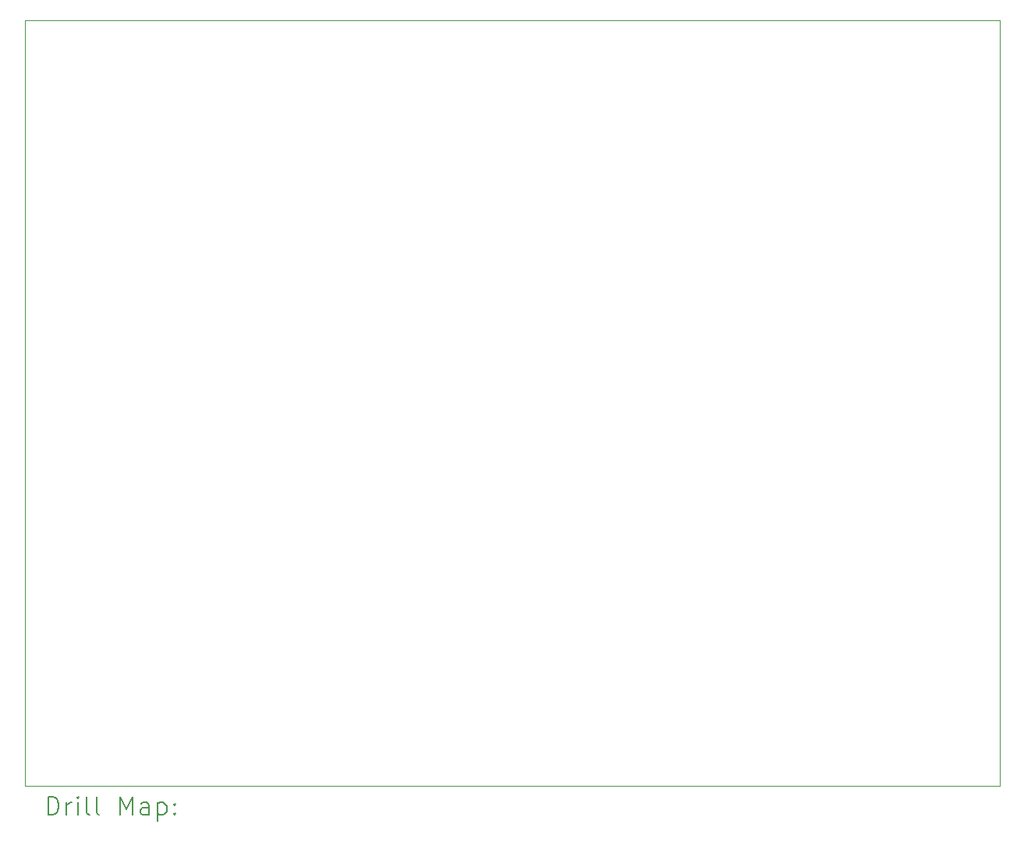
<source format=gbr>
%FSLAX45Y45*%
G04 Gerber Fmt 4.5, Leading zero omitted, Abs format (unit mm)*
G04 Created by KiCad (PCBNEW (6.0.0)) date 2022-10-01 22:44:21*
%MOMM*%
%LPD*%
G01*
G04 APERTURE LIST*
%TA.AperFunction,Profile*%
%ADD10C,0.100000*%
%TD*%
%ADD11C,0.200000*%
G04 APERTURE END LIST*
D10*
X8996680Y-9906500D02*
X19578820Y-9906500D01*
X19578820Y-9906500D02*
X19578820Y-1590040D01*
X19578820Y-1590040D02*
X8996680Y-1590040D01*
X8996680Y-1590040D02*
X8996680Y-9906500D01*
D11*
X9249299Y-10221976D02*
X9249299Y-10021976D01*
X9296918Y-10021976D01*
X9325490Y-10031500D01*
X9344537Y-10050548D01*
X9354061Y-10069595D01*
X9363585Y-10107690D01*
X9363585Y-10136262D01*
X9354061Y-10174357D01*
X9344537Y-10193405D01*
X9325490Y-10212452D01*
X9296918Y-10221976D01*
X9249299Y-10221976D01*
X9449299Y-10221976D02*
X9449299Y-10088643D01*
X9449299Y-10126738D02*
X9458823Y-10107690D01*
X9468347Y-10098167D01*
X9487394Y-10088643D01*
X9506442Y-10088643D01*
X9573109Y-10221976D02*
X9573109Y-10088643D01*
X9573109Y-10021976D02*
X9563585Y-10031500D01*
X9573109Y-10041024D01*
X9582632Y-10031500D01*
X9573109Y-10021976D01*
X9573109Y-10041024D01*
X9696918Y-10221976D02*
X9677870Y-10212452D01*
X9668347Y-10193405D01*
X9668347Y-10021976D01*
X9801680Y-10221976D02*
X9782632Y-10212452D01*
X9773109Y-10193405D01*
X9773109Y-10021976D01*
X10030251Y-10221976D02*
X10030251Y-10021976D01*
X10096918Y-10164833D01*
X10163585Y-10021976D01*
X10163585Y-10221976D01*
X10344537Y-10221976D02*
X10344537Y-10117214D01*
X10335013Y-10098167D01*
X10315966Y-10088643D01*
X10277870Y-10088643D01*
X10258823Y-10098167D01*
X10344537Y-10212452D02*
X10325490Y-10221976D01*
X10277870Y-10221976D01*
X10258823Y-10212452D01*
X10249299Y-10193405D01*
X10249299Y-10174357D01*
X10258823Y-10155310D01*
X10277870Y-10145786D01*
X10325490Y-10145786D01*
X10344537Y-10136262D01*
X10439775Y-10088643D02*
X10439775Y-10288643D01*
X10439775Y-10098167D02*
X10458823Y-10088643D01*
X10496918Y-10088643D01*
X10515966Y-10098167D01*
X10525490Y-10107690D01*
X10535013Y-10126738D01*
X10535013Y-10183881D01*
X10525490Y-10202929D01*
X10515966Y-10212452D01*
X10496918Y-10221976D01*
X10458823Y-10221976D01*
X10439775Y-10212452D01*
X10620728Y-10202929D02*
X10630251Y-10212452D01*
X10620728Y-10221976D01*
X10611204Y-10212452D01*
X10620728Y-10202929D01*
X10620728Y-10221976D01*
X10620728Y-10098167D02*
X10630251Y-10107690D01*
X10620728Y-10117214D01*
X10611204Y-10107690D01*
X10620728Y-10098167D01*
X10620728Y-10117214D01*
M02*

</source>
